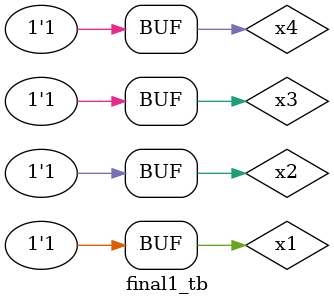
<source format=v>
module final1_tb;

reg x1, x2, x3, x4;
wire y;

final1 test(
    .x1(x1),
    .x2(x2),
    .x3(x3),
    .x4(x4),
    .y(y)
);

  initial begin
    x1= 0; x2 =0; x3 = 0; x4=0; //y=0
    #40x1= 0; x2 =0; x3 = 0; x4=1; //y=0
    #40x1= 0; x2 =0; x3 = 1; x4=0; //y=1
    #40x1= 0; x2 =0; x3 = 1; x4=1; //y=1
    #40x1=0; x2 =1; x3 = 0; x4=0; //y=0
    #40x1= 0; x2 =1; x3 = 0; x4=1; //y=0
    #40x1= 0; x2 =1; x3 = 1; x4=0; //y=0
    #40x1= 0; x2 =1; x3 = 1; x4=1; //y=0
    #40x1= 1; x2 =0; x3 = 0; x4=0; //y=0
    #40x1= 1; x2 =0; x3 = 0; x4=1; //y=1
    #40x1= 1; x2 =0; x3 = 1; x4=0; //y=1
    #40x1= 1; x2 =0; x3 = 1; x4=1; //y=1
    #40x1= 1; x2 =1; x3 = 0; x4=0; //y=0
    #40x1= 1; x2 =1; x3 = 0; x4=1; //y=1
    #40x1= 1; x2 =1; x3 = 1; x4=0; //y=0
    #40x1= 1; x2 =1; x3 = 1; x4=1; //y=0
  end
   

	initial begin 
      $monitor ("x1=%b | x2=%b |x3=%b |x4=%b |y=%b ", x1,x2,x3,x4,y);
    end
endmodule

</source>
